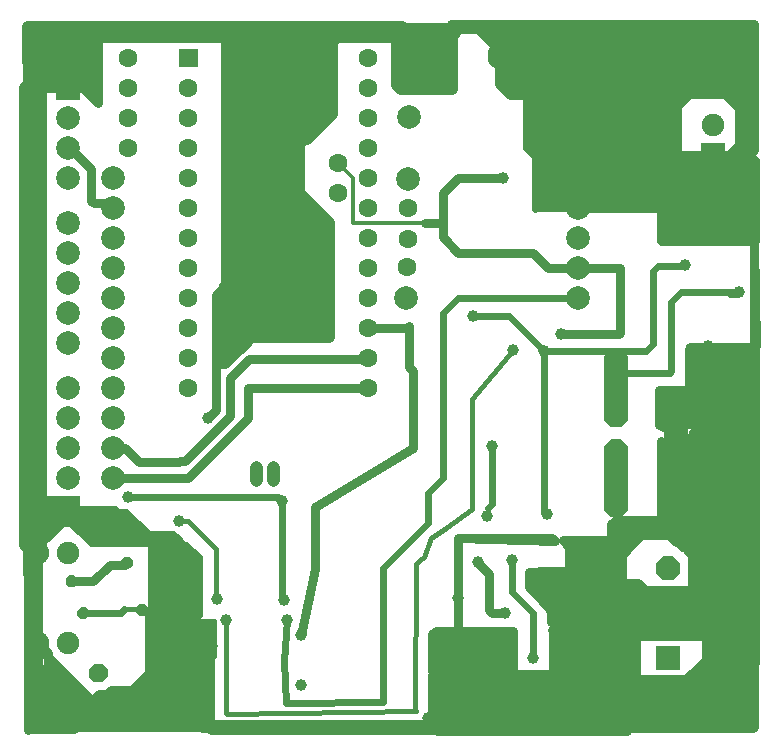
<source format=gbr>
%FSLAX34Y34*%
%MOMM*%
%LNCOPPER_BOTTOM*%
G71*
G01*
%ADD10C,1.520*%
%ADD11C,1.600*%
%ADD12C,2.000*%
%ADD13C,1.900*%
%ADD14C,0.800*%
%ADD15C,0.300*%
%ADD16C,1.000*%
%ADD17C,0.400*%
%ADD18C,0.600*%
%ADD19C,1.600*%
%ADD20C,2.000*%
%ADD21C,1.600*%
%ADD22C,2.000*%
%ADD23C,1.100*%
%LPD*%
G36*
X477500Y553700D02*
X477500Y538500D01*
X462300Y538500D01*
X462300Y553700D01*
X477500Y553700D01*
G37*
X469900Y520700D02*
G54D10*
D03*
X469900Y495300D02*
G54D10*
D03*
X469900Y469900D02*
G54D10*
D03*
X88900Y673100D02*
G54D11*
D03*
X88900Y647700D02*
G54D11*
D03*
X88900Y622300D02*
G54D11*
D03*
X88900Y596900D02*
G54D11*
D03*
X76200Y571500D02*
G54D12*
D03*
X76200Y546100D02*
G54D12*
D03*
X76200Y520700D02*
G54D12*
D03*
X76200Y495300D02*
G54D12*
D03*
X76200Y469900D02*
G54D12*
D03*
X76200Y444500D02*
G54D12*
D03*
X76200Y419100D02*
G54D12*
D03*
X76200Y393700D02*
G54D12*
D03*
X76200Y368300D02*
G54D12*
D03*
X76200Y342900D02*
G54D12*
D03*
X76200Y317500D02*
G54D12*
D03*
X584200Y616700D02*
G54D13*
D03*
X584200Y591300D02*
G54D13*
D03*
X38100Y177800D02*
G54D13*
D03*
X12700Y177800D02*
G54D13*
D03*
X38100Y254000D02*
G54D13*
D03*
X12700Y254000D02*
G54D13*
D03*
G36*
X45700Y655300D02*
X45700Y640100D01*
X30500Y640100D01*
X30500Y655300D01*
X45700Y655300D01*
G37*
X38100Y622300D02*
G54D10*
D03*
X38100Y596900D02*
G54D10*
D03*
X38100Y571500D02*
G54D10*
D03*
X266700Y584200D02*
G54D11*
D03*
X266700Y558800D02*
G54D11*
D03*
G54D14*
X76200Y317500D02*
X139700Y317500D01*
X190500Y368300D01*
X190500Y393700D01*
X292100Y393700D01*
G54D15*
X266700Y584200D02*
X279400Y571500D01*
X279400Y533400D01*
X355600Y533400D01*
G54D15*
X355600Y533400D02*
X355600Y520700D01*
X368300Y508000D01*
X431800Y508000D01*
X444500Y495300D01*
X469900Y495300D01*
X406400Y571500D02*
G54D16*
D03*
G54D17*
X355600Y533400D02*
X355600Y558800D01*
X368300Y571500D01*
X406400Y571500D01*
G54D18*
X223000Y197000D02*
X221000Y162500D01*
X222100Y127000D01*
X304800Y127900D01*
X304800Y241300D01*
X342900Y279400D01*
X342900Y304800D01*
X355600Y317500D01*
X355600Y457200D01*
X368300Y469900D01*
X469900Y469900D01*
X396900Y344600D02*
G54D16*
D03*
X431800Y165100D02*
G54D16*
D03*
X392200Y285700D02*
G54D16*
D03*
X414200Y247700D02*
G54D16*
D03*
G54D18*
X414200Y247700D02*
X414200Y220800D01*
X431800Y203200D01*
X431800Y165100D01*
G54D18*
X396900Y344600D02*
X396900Y295300D01*
X393700Y292100D01*
X139700Y673100D02*
G54D11*
D03*
X139700Y647700D02*
G54D11*
D03*
X139700Y622300D02*
G54D11*
D03*
X139700Y596900D02*
G54D11*
D03*
X292100Y673100D02*
G54D11*
D03*
X292100Y647700D02*
G54D11*
D03*
X292100Y622300D02*
G54D11*
D03*
X292100Y596900D02*
G54D11*
D03*
X139700Y571500D02*
G54D11*
D03*
X292100Y571500D02*
G54D11*
D03*
X139700Y546100D02*
G54D11*
D03*
X139700Y520700D02*
G54D11*
D03*
X292100Y546100D02*
G54D11*
D03*
X292100Y520700D02*
G54D11*
D03*
X139700Y495300D02*
G54D11*
D03*
X292100Y495300D02*
G54D11*
D03*
X139700Y469900D02*
G54D11*
D03*
X292100Y469900D02*
G54D11*
D03*
X139700Y444500D02*
G54D11*
D03*
X292100Y444500D02*
G54D11*
D03*
X292100Y419100D02*
G54D11*
D03*
X292100Y393700D02*
G54D11*
D03*
X139700Y419100D02*
G54D11*
D03*
X139700Y393700D02*
G54D11*
D03*
G36*
X45700Y541000D02*
X45700Y525800D01*
X30500Y525800D01*
X30500Y541000D01*
X45700Y541000D01*
G37*
X38100Y508000D02*
G54D10*
D03*
X38100Y482600D02*
G54D10*
D03*
X38100Y457200D02*
G54D10*
D03*
X38100Y431800D02*
G54D10*
D03*
G36*
X30500Y284500D02*
X30500Y299700D01*
X45700Y299700D01*
X45700Y284500D01*
X30500Y284500D01*
G37*
X38100Y317500D02*
G54D10*
D03*
X38100Y342900D02*
G54D10*
D03*
X38100Y368300D02*
G54D10*
D03*
X38100Y393700D02*
G54D10*
D03*
G36*
X548250Y335600D02*
X542400Y341450D01*
X542400Y369750D01*
X548250Y375600D01*
X556550Y375600D01*
X562400Y369750D01*
X562400Y341450D01*
X556550Y335600D01*
X548250Y335600D01*
G37*
G36*
X497450Y361000D02*
X491600Y366850D01*
X491600Y395150D01*
X497450Y401000D01*
X505750Y401000D01*
X511600Y395150D01*
X511600Y366850D01*
X505750Y361000D01*
X497450Y361000D01*
G37*
G36*
X497450Y310200D02*
X491600Y316050D01*
X491600Y344350D01*
X497450Y350200D01*
X505750Y350200D01*
X511600Y344350D01*
X511600Y316050D01*
X505750Y310200D01*
X497450Y310200D01*
G37*
G36*
X497450Y386400D02*
X491600Y392250D01*
X491600Y420550D01*
X497450Y426400D01*
X505750Y426400D01*
X511600Y420550D01*
X511600Y392250D01*
X505750Y386400D01*
X497450Y386400D01*
G37*
G36*
X497450Y284800D02*
X491600Y290650D01*
X491600Y318950D01*
X497450Y324800D01*
X505750Y324800D01*
X511600Y318950D01*
X511600Y290650D01*
X505750Y284800D01*
X497450Y284800D01*
G37*
X546100Y241300D02*
G54D19*
D03*
G36*
X536100Y245450D02*
X541950Y251300D01*
X550250Y251300D01*
X556100Y245450D01*
X556100Y237150D01*
X550250Y231300D01*
X541950Y231300D01*
X536100Y237150D01*
X536100Y245450D01*
G37*
G36*
X536100Y175100D02*
X556100Y175100D01*
X556100Y155100D01*
X536100Y155100D01*
X536100Y175100D01*
G37*
G36*
X55500Y155720D02*
X60180Y160400D01*
X66820Y160400D01*
X71500Y155720D01*
X71500Y149080D01*
X66820Y144400D01*
X60180Y144400D01*
X55500Y149080D01*
X55500Y155720D01*
G37*
G36*
X95300Y208075D02*
X98225Y211000D01*
X102375Y211000D01*
X105300Y208075D01*
X105300Y203925D01*
X102375Y201000D01*
X98225Y201000D01*
X95300Y203925D01*
X95300Y208075D01*
G37*
G36*
X45800Y205275D02*
X48725Y208200D01*
X52875Y208200D01*
X55800Y205275D01*
X55800Y201125D01*
X52875Y198200D01*
X48725Y198200D01*
X45800Y201125D01*
X45800Y205275D01*
G37*
G54D18*
X50800Y203200D02*
X82500Y203200D01*
X85700Y206400D01*
G54D14*
X235100Y184900D02*
X247000Y240500D01*
X247000Y292500D01*
X330200Y342900D01*
X330200Y408100D01*
X328400Y409900D01*
G36*
X579800Y131600D02*
X591500Y143300D01*
X608100Y143300D01*
X619800Y131600D01*
X619800Y115000D01*
X608100Y103300D01*
X591500Y103300D01*
X579800Y115000D01*
X579800Y131600D01*
G37*
G36*
X2400Y689900D02*
X14100Y701600D01*
X30700Y701600D01*
X42400Y689900D01*
X42400Y673300D01*
X30700Y661600D01*
X14100Y661600D01*
X2400Y673300D01*
X2400Y689900D01*
G37*
G36*
X580000Y691300D02*
X591700Y703000D01*
X608300Y703000D01*
X620000Y691300D01*
X620000Y674700D01*
X608300Y663000D01*
X591700Y663000D01*
X580000Y674700D01*
X580000Y691300D01*
G37*
G36*
X1000Y132300D02*
X12700Y144000D01*
X29300Y144000D01*
X41000Y132300D01*
X41000Y115700D01*
X29300Y104000D01*
X12700Y104000D01*
X1000Y115700D01*
X1000Y132300D01*
G37*
G36*
X511000Y228000D02*
X511000Y185000D01*
X512000Y184000D01*
X578000Y184000D01*
X578000Y223000D01*
X526300Y223000D01*
X520700Y228600D01*
X511600Y228600D01*
X511000Y228000D01*
G37*
G54D14*
X511000Y228000D02*
X511000Y185000D01*
X512000Y184000D01*
X578000Y184000D01*
X578000Y223000D01*
X526300Y223000D01*
X520700Y228600D01*
X511600Y228600D01*
X511000Y228000D01*
G36*
X362000Y702000D02*
X619000Y702000D01*
X619000Y595000D01*
X616000Y592000D01*
X616000Y643000D01*
X548000Y643000D01*
X547000Y642000D01*
X412000Y642000D01*
X403000Y651000D01*
X403000Y680000D01*
X385000Y698000D01*
X372000Y698000D01*
X371000Y699000D01*
X362000Y702000D01*
G37*
G54D14*
X362000Y702000D02*
X619000Y702000D01*
X619000Y595000D01*
X616000Y592000D01*
X616000Y643000D01*
X548000Y643000D01*
X547000Y642000D01*
X412000Y642000D01*
X403000Y651000D01*
X403000Y680000D01*
X385000Y698000D01*
X372000Y698000D01*
X371000Y699000D01*
X362000Y702000D01*
G36*
X315000Y699000D02*
X315000Y650000D01*
X319000Y646000D01*
X363000Y646000D01*
X364000Y647000D01*
X364000Y692000D01*
X371000Y699000D01*
X315000Y699000D01*
G37*
G54D14*
X315000Y699000D02*
X315000Y650000D01*
X319000Y646000D01*
X363000Y646000D01*
X364000Y647000D01*
X364000Y692000D01*
X371000Y699000D01*
X315000Y699000D01*
G36*
X3000Y701000D02*
X321000Y701000D01*
X324000Y698000D01*
X324000Y697000D01*
X317000Y690000D01*
X58000Y690000D01*
X43000Y675000D01*
X43000Y673000D01*
X39000Y669000D01*
X3000Y669000D01*
X2000Y670000D01*
X2000Y700000D01*
X3000Y701000D01*
G37*
G54D14*
X3000Y701000D02*
X321000Y701000D01*
X324000Y698000D01*
X324000Y697000D01*
X317000Y690000D01*
X58000Y690000D01*
X43000Y675000D01*
X43000Y673000D01*
X39000Y669000D01*
X3000Y669000D01*
X2000Y670000D01*
X2000Y700000D01*
X3000Y701000D01*
G36*
X171000Y688000D02*
X171000Y571000D01*
X181000Y561000D01*
X233000Y561000D01*
X234000Y560000D01*
X234000Y600000D01*
X238000Y604000D01*
X240000Y604000D01*
X262000Y626000D01*
X262000Y686000D01*
X264000Y688000D01*
X171000Y688000D01*
G37*
G54D14*
X171000Y688000D02*
X171000Y571000D01*
X181000Y561000D01*
X233000Y561000D01*
X234000Y560000D01*
X234000Y600000D01*
X238000Y604000D01*
X240000Y604000D01*
X262000Y626000D01*
X262000Y686000D01*
X264000Y688000D01*
X171000Y688000D01*
G54D14*
X12700Y177800D02*
X12700Y132300D01*
X21000Y124000D01*
X25000Y124000D01*
X37000Y112000D01*
X45000Y112000D01*
X50000Y107000D01*
X151000Y110000D01*
X151000Y151000D01*
X152400Y152400D01*
G54D14*
X76200Y342900D02*
X86100Y342900D01*
X98000Y331000D01*
X132000Y331000D01*
X133000Y332000D01*
X137000Y332000D01*
X175000Y370000D01*
X175000Y402000D01*
X191000Y418000D01*
X291000Y418000D01*
X292100Y419100D01*
X156300Y368300D02*
G54D16*
D03*
G36*
X3000Y669000D02*
X3000Y651700D01*
X7000Y647700D01*
X38100Y647700D01*
X50800Y647700D01*
X63500Y635000D01*
X63500Y690500D01*
X64000Y691000D01*
X3000Y669000D01*
G37*
G54D14*
X3000Y669000D02*
X3000Y651700D01*
X7000Y647700D01*
X38100Y647700D01*
X50800Y647700D01*
X63500Y635000D01*
X63500Y690500D01*
X64000Y691000D01*
X3000Y669000D01*
G36*
X16000Y646000D02*
X16000Y257300D01*
X12700Y254000D01*
X6400Y254000D01*
X0Y260400D01*
X0Y648700D01*
X3000Y651700D01*
X16000Y646000D01*
G37*
G54D14*
X16000Y646000D02*
X16000Y257300D01*
X12700Y254000D01*
X6400Y254000D01*
X0Y260400D01*
X0Y648700D01*
X3000Y651700D01*
X16000Y646000D01*
G36*
X16000Y299000D02*
X31200Y299000D01*
X38100Y292100D01*
X38100Y280100D01*
X38000Y280000D01*
X32400Y280000D01*
X19100Y266700D01*
X16000Y299000D01*
G37*
G54D14*
X16000Y299000D02*
X31200Y299000D01*
X38100Y292100D01*
X38100Y280100D01*
X38000Y280000D01*
X32400Y280000D01*
X19100Y266700D01*
X16000Y299000D01*
G36*
X12700Y254000D02*
X12700Y177800D01*
X12700Y158300D01*
X28000Y143000D01*
X30000Y143000D01*
X43000Y130000D01*
X43000Y114000D01*
X45000Y112000D01*
X45000Y107000D01*
X43000Y105000D01*
X5000Y105000D01*
X4000Y104000D01*
X4000Y245300D01*
X12700Y254000D01*
G37*
G54D14*
X12700Y254000D02*
X12700Y177800D01*
X12700Y158300D01*
X28000Y143000D01*
X30000Y143000D01*
X43000Y130000D01*
X43000Y114000D01*
X45000Y112000D01*
X45000Y107000D01*
X43000Y105000D01*
X5000Y105000D01*
X4000Y104000D01*
X4000Y245300D01*
X12700Y254000D01*
G36*
X3000Y272000D02*
X3000Y236000D01*
X7000Y232000D01*
X7000Y248300D01*
X12700Y254000D01*
X3000Y272000D01*
G37*
G54D14*
X3000Y272000D02*
X3000Y236000D01*
X7000Y232000D01*
X7000Y248300D01*
X12700Y254000D01*
X3000Y272000D01*
X132000Y281000D02*
G54D16*
D03*
X219000Y298000D02*
G54D16*
D03*
X89000Y301000D02*
G54D16*
D03*
G54D18*
X89000Y301000D02*
X216000Y301000D01*
X219000Y298000D01*
G36*
X614000Y605000D02*
X610600Y605000D01*
X596900Y591300D01*
X599700Y591300D01*
X603000Y588000D01*
X612000Y588000D01*
X615300Y591300D01*
X615300Y603700D01*
X614000Y605000D01*
G37*
G54D18*
X614000Y605000D02*
X610600Y605000D01*
X596900Y591300D01*
X599700Y591300D01*
X603000Y588000D01*
X612000Y588000D01*
X615300Y591300D01*
X615300Y603700D01*
X614000Y605000D01*
G36*
X575000Y645000D02*
X568000Y645000D01*
X550000Y627000D01*
X550000Y641000D01*
X548000Y643000D01*
X566000Y643000D01*
X568000Y645000D01*
X575000Y645000D01*
G37*
G54D18*
X575000Y645000D02*
X568000Y645000D01*
X550000Y627000D01*
X550000Y641000D01*
X548000Y643000D01*
X566000Y643000D01*
X568000Y645000D01*
X575000Y645000D01*
G36*
X594000Y646000D02*
X594000Y641000D01*
X613000Y622000D01*
X613000Y640000D01*
X616000Y643000D01*
X596000Y643000D01*
X594000Y641000D01*
X594000Y646000D01*
G37*
G54D18*
X594000Y646000D02*
X594000Y641000D01*
X613000Y622000D01*
X613000Y640000D01*
X616000Y643000D01*
X596000Y643000D01*
X594000Y641000D01*
X594000Y646000D01*
G54D14*
X292100Y444500D02*
X325500Y444500D01*
X327000Y446000D01*
X327000Y411300D01*
X328400Y409900D01*
X326000Y571000D02*
G54D20*
D03*
X326000Y546000D02*
G54D21*
D03*
X326000Y520000D02*
G54D21*
D03*
X325000Y496000D02*
G54D21*
D03*
X324000Y470000D02*
G54D20*
D03*
G36*
X171000Y571000D02*
X171000Y440000D01*
X175000Y436000D01*
X259000Y436000D01*
X260000Y437000D01*
X260000Y534000D01*
X233000Y561000D01*
X171000Y571000D01*
G37*
G54D14*
X171000Y571000D02*
X171000Y440000D01*
X175000Y436000D01*
X259000Y436000D01*
X260000Y437000D01*
X260000Y534000D01*
X233000Y561000D01*
X171000Y571000D01*
G36*
X166000Y482075D02*
X168925Y485000D01*
X173075Y485000D01*
X176000Y482075D01*
X176000Y477925D01*
X173075Y475000D01*
X168925Y475000D01*
X166000Y477925D01*
X166000Y482075D01*
G37*
G54D14*
X171000Y480000D02*
X163000Y472000D01*
X163000Y375000D01*
X156300Y368300D01*
G36*
X163000Y472000D02*
X178000Y472000D01*
X179000Y473000D01*
X179000Y440000D01*
X176000Y437000D01*
X173000Y437000D01*
X167000Y431000D01*
X163000Y472000D01*
G37*
G54D14*
X163000Y472000D02*
X178000Y472000D01*
X179000Y473000D01*
X179000Y440000D01*
X176000Y437000D01*
X173000Y437000D01*
X167000Y431000D01*
X163000Y472000D01*
G36*
X166000Y414000D02*
X171000Y414000D01*
X190000Y433000D01*
X169000Y433000D01*
X167000Y431000D01*
X167000Y415000D01*
X166000Y414000D01*
G37*
G54D14*
X166000Y414000D02*
X171000Y414000D01*
X190000Y433000D01*
X169000Y433000D01*
X167000Y431000D01*
X167000Y415000D01*
X166000Y414000D01*
G36*
X36000Y232075D02*
X38925Y235000D01*
X43075Y235000D01*
X46000Y232075D01*
X46000Y227925D01*
X43075Y225000D01*
X38925Y225000D01*
X36000Y227925D01*
X36000Y232075D01*
G37*
G36*
X83000Y248075D02*
X85925Y251000D01*
X90075Y251000D01*
X93000Y248075D01*
X93000Y243925D01*
X90075Y241000D01*
X85925Y241000D01*
X83000Y243925D01*
X83000Y248075D01*
G37*
G54D14*
X41000Y230000D02*
X59300Y230000D01*
X73400Y244100D01*
X86100Y244100D01*
X88000Y246000D01*
G54D14*
X151000Y110000D02*
X153000Y110000D01*
X159000Y104000D01*
X347000Y104000D01*
X348000Y105000D01*
G54D14*
X45000Y107000D02*
X156000Y107000D01*
X159000Y104000D01*
G54D14*
X150000Y134000D02*
X85000Y134000D01*
X84000Y135000D01*
X64000Y135000D01*
X43000Y114000D01*
G36*
X152400Y152400D02*
X106400Y152400D01*
X92000Y138000D01*
X74500Y138000D01*
X63500Y127000D01*
X60000Y127000D01*
X45000Y112000D01*
X45000Y107000D01*
X148000Y107000D01*
X151000Y110000D01*
X152400Y152400D01*
G37*
G54D14*
X152400Y152400D02*
X106400Y152400D01*
X92000Y138000D01*
X74500Y138000D01*
X63500Y127000D01*
X60000Y127000D01*
X45000Y112000D01*
X45000Y107000D01*
X148000Y107000D01*
X151000Y110000D01*
X152400Y152400D01*
G36*
X519000Y183000D02*
X519000Y141000D01*
X504000Y126000D01*
X504000Y228000D01*
X503000Y229000D01*
X519000Y183000D01*
G37*
G54D14*
X519000Y183000D02*
X519000Y141000D01*
X504000Y126000D01*
X504000Y228000D01*
X503000Y229000D01*
X519000Y183000D01*
X327000Y623000D02*
G54D20*
D03*
G36*
X131700Y681100D02*
X147700Y681100D01*
X147700Y665100D01*
X131700Y665100D01*
X131700Y681100D01*
G37*
G54D14*
X340000Y533000D02*
X355200Y533000D01*
X355600Y533400D01*
X355600Y558800D01*
X368300Y571500D01*
X406400Y571500D01*
G54D14*
X355200Y533000D02*
X355200Y521100D01*
X368300Y508000D01*
X431800Y508000D01*
X444500Y495300D01*
X469900Y495300D01*
X342800Y114100D02*
G54D16*
D03*
G36*
X368300Y266700D02*
X447300Y266700D01*
X450000Y264000D01*
X368300Y266700D01*
G37*
G54D14*
X368300Y266700D02*
X447300Y266700D01*
X450000Y264000D01*
X368300Y266700D01*
X368300Y215900D02*
G54D16*
D03*
X407800Y203100D02*
G54D16*
D03*
G54D14*
X368300Y266700D02*
X368300Y215900D01*
X384800Y246100D02*
G54D16*
D03*
G54D14*
X384800Y246100D02*
X384800Y245200D01*
X394000Y236000D01*
X394000Y206100D01*
X396900Y203200D01*
X407700Y203200D01*
X407800Y203100D01*
X537800Y197100D02*
G54D16*
D03*
G36*
X574200Y601300D02*
X594200Y601300D01*
X594200Y581300D01*
X574200Y581300D01*
X574200Y601300D01*
G37*
G36*
X606000Y632000D02*
X606000Y599000D01*
X607000Y598000D01*
X609600Y598000D01*
X615300Y603700D01*
X615300Y619700D01*
X613000Y622000D01*
X613000Y625000D01*
X606000Y632000D01*
G37*
G54D14*
X606000Y632000D02*
X606000Y599000D01*
X607000Y598000D01*
X609600Y598000D01*
X615300Y603700D01*
X615300Y619700D01*
X613000Y622000D01*
X613000Y625000D01*
X606000Y632000D01*
G36*
X463000Y181000D02*
X507000Y181000D01*
X511000Y185000D01*
X511000Y131000D01*
X510000Y130000D01*
X468000Y130000D01*
X463000Y135000D01*
X463000Y181000D01*
G37*
G54D14*
X463000Y181000D02*
X507000Y181000D01*
X511000Y185000D01*
X511000Y131000D01*
X510000Y130000D01*
X468000Y130000D01*
X463000Y135000D01*
X463000Y181000D01*
G36*
X457000Y265000D02*
X506000Y265000D01*
X507000Y264000D01*
X507000Y222000D01*
X504000Y219000D01*
X464000Y219000D01*
X462000Y217000D01*
X462000Y259000D01*
X461000Y260000D01*
X457000Y265000D01*
G37*
G54D14*
X457000Y265000D02*
X506000Y265000D01*
X507000Y264000D01*
X507000Y222000D01*
X504000Y219000D01*
X464000Y219000D01*
X462000Y217000D01*
X462000Y259000D01*
X461000Y260000D01*
X457000Y265000D01*
G36*
X106400Y152400D02*
X106400Y200400D01*
X107000Y201000D01*
X146000Y201000D01*
X146000Y158800D01*
X152400Y152400D01*
X106400Y152400D01*
G37*
G54D14*
X106400Y152400D02*
X106400Y200400D01*
X107000Y201000D01*
X146000Y201000D01*
X146000Y158800D01*
X152400Y152400D01*
X106400Y152400D01*
G36*
X12700Y177800D02*
X12700Y174300D01*
X60000Y127000D01*
X52000Y127000D01*
X46000Y121000D01*
X21000Y146000D01*
X21000Y169500D01*
X12700Y177800D01*
G37*
G54D14*
X12700Y177800D02*
X12700Y174300D01*
X60000Y127000D01*
X52000Y127000D01*
X46000Y121000D01*
X21000Y146000D01*
X21000Y169500D01*
X12700Y177800D01*
G54D14*
X397000Y679000D02*
X397000Y671000D01*
X399000Y669000D01*
X487000Y239000D02*
G54D16*
D03*
X443000Y287000D02*
G54D16*
D03*
X580000Y429000D02*
G54D16*
D03*
G54D18*
X469900Y495300D02*
X495300Y495300D01*
G36*
X580000Y429000D02*
X620000Y429000D01*
X620000Y161000D01*
X619000Y160000D01*
X602000Y160000D01*
X600000Y158000D01*
X600000Y428000D01*
X580000Y429000D01*
G37*
G54D18*
X580000Y429000D02*
X620000Y429000D01*
X620000Y161000D01*
X619000Y160000D01*
X602000Y160000D01*
X600000Y158000D01*
X600000Y428000D01*
X580000Y429000D01*
X606000Y475000D02*
G54D16*
D03*
G54D18*
X598000Y473000D02*
X604000Y473000D01*
X606000Y475000D01*
X560000Y498000D02*
G54D16*
D03*
X441000Y425000D02*
G54D16*
D03*
G54D18*
X441000Y425000D02*
X527000Y425000D01*
X533000Y431000D01*
X533000Y493000D01*
X537000Y497000D01*
X559000Y497000D01*
X560000Y498000D01*
G54D18*
X441000Y425000D02*
X441000Y289000D01*
X443000Y287000D01*
X381000Y455000D02*
G54D16*
D03*
G54D18*
X381000Y455000D02*
X411000Y455000D01*
X441000Y425000D01*
G36*
X552400Y355600D02*
X552400Y263600D01*
X558000Y258000D01*
X559000Y258000D01*
X590000Y227000D01*
X609000Y227000D01*
X613000Y223000D01*
X613000Y408000D01*
X576000Y408000D01*
X573000Y405000D01*
X573000Y363000D01*
X566000Y356000D01*
X566000Y355000D01*
X560000Y349000D01*
X560000Y344000D01*
X562000Y342000D01*
X552400Y355600D01*
G37*
G54D18*
X552400Y355600D02*
X552400Y263600D01*
X558000Y258000D01*
X559000Y258000D01*
X590000Y227000D01*
X609000Y227000D01*
X613000Y223000D01*
X613000Y408000D01*
X576000Y408000D01*
X573000Y405000D01*
X573000Y363000D01*
X566000Y356000D01*
X566000Y355000D01*
X560000Y349000D01*
X560000Y344000D01*
X562000Y342000D01*
X552400Y355600D01*
G36*
X565000Y257000D02*
X565000Y222000D01*
X569000Y218000D01*
X593000Y218000D01*
X596000Y221000D01*
X596000Y237000D01*
X590000Y243000D01*
X578000Y243000D01*
X572000Y249000D01*
X565000Y257000D01*
G37*
G54D18*
X565000Y257000D02*
X565000Y222000D01*
X569000Y218000D01*
X593000Y218000D01*
X596000Y221000D01*
X596000Y237000D01*
X590000Y243000D01*
X578000Y243000D01*
X572000Y249000D01*
X565000Y257000D01*
G36*
X584200Y591300D02*
X615700Y591300D01*
X620000Y587000D01*
X620000Y518000D01*
X619000Y517000D01*
X540000Y517000D01*
X539000Y518000D01*
X539000Y591000D01*
X540000Y592000D01*
X599000Y592000D01*
X599700Y591300D01*
X584200Y591300D01*
G37*
G54D18*
X584200Y591300D02*
X615700Y591300D01*
X620000Y587000D01*
X620000Y518000D01*
X619000Y517000D01*
X540000Y517000D01*
X539000Y518000D01*
X539000Y591000D01*
X540000Y592000D01*
X599000Y592000D01*
X599700Y591300D01*
X584200Y591300D01*
G36*
X554000Y633000D02*
X554000Y590000D01*
X556000Y588000D01*
X471000Y588000D01*
X470000Y587000D01*
X470000Y546200D01*
X469900Y546100D01*
X457900Y546100D01*
X455000Y549000D01*
X457900Y546100D01*
X434100Y546100D01*
X433000Y545000D01*
X433000Y590000D01*
X432000Y591000D01*
X468000Y591000D01*
X471000Y588000D01*
X554000Y633000D01*
G37*
G54D18*
X554000Y633000D02*
X554000Y590000D01*
X556000Y588000D01*
X471000Y588000D01*
X470000Y587000D01*
X470000Y546200D01*
X469900Y546100D01*
X457900Y546100D01*
X455000Y549000D01*
X457900Y546100D01*
X434100Y546100D01*
X433000Y545000D01*
X433000Y590000D01*
X432000Y591000D01*
X468000Y591000D01*
X471000Y588000D01*
X554000Y633000D01*
G36*
X426000Y644000D02*
X426000Y597000D01*
X432000Y591000D01*
X514000Y591000D01*
X550000Y627000D01*
X550000Y646000D01*
X547000Y649000D01*
X431000Y649000D01*
X428000Y652000D01*
X428000Y637000D01*
X427000Y636000D01*
X426000Y644000D01*
G37*
G54D18*
X426000Y644000D02*
X426000Y597000D01*
X432000Y591000D01*
X514000Y591000D01*
X550000Y627000D01*
X550000Y646000D01*
X547000Y649000D01*
X431000Y649000D01*
X428000Y652000D01*
X428000Y637000D01*
X427000Y636000D01*
X426000Y644000D01*
G54D17*
X171600Y197300D02*
X171600Y118900D01*
X172500Y118000D01*
X332646Y119800D01*
X331639Y120407D01*
X332339Y244839D01*
X335800Y248300D01*
X339500Y251000D01*
X345000Y266600D01*
X358000Y275500D01*
X379500Y291000D01*
X379500Y384000D01*
X415000Y426000D01*
X415000Y426000D02*
G54D16*
D03*
X455000Y439000D02*
G54D16*
D03*
G54D14*
X455000Y439000D02*
X504000Y439000D01*
X505000Y440000D01*
X505000Y495000D01*
X470200Y495000D01*
X469900Y495300D01*
G54D14*
X342800Y114100D02*
X342800Y108200D01*
X347000Y104000D01*
G36*
X342800Y114100D02*
X507900Y114100D01*
X511000Y111000D01*
X511000Y103000D01*
X350000Y103000D01*
X348000Y105000D01*
X348000Y108900D01*
X342800Y114100D01*
G37*
G54D14*
X342800Y114100D02*
X507900Y114100D01*
X511000Y111000D01*
X511000Y103000D01*
X350000Y103000D01*
X348000Y105000D01*
X348000Y108900D01*
X342800Y114100D01*
G36*
X462000Y145000D02*
X462000Y115000D01*
X461000Y114000D01*
X507800Y114000D01*
X507900Y114100D01*
X507900Y127900D01*
X511000Y131000D01*
X476000Y131000D01*
X462000Y145000D01*
G37*
G54D14*
X462000Y145000D02*
X462000Y115000D01*
X461000Y114000D01*
X507800Y114000D01*
X507900Y114100D01*
X507900Y127900D01*
X511000Y131000D01*
X476000Y131000D01*
X462000Y145000D01*
G36*
X540000Y349000D02*
X540000Y269000D01*
X547000Y269000D01*
X552400Y263600D01*
X540000Y349000D01*
G37*
G54D14*
X540000Y349000D02*
X540000Y269000D01*
X547000Y269000D01*
X552400Y263600D01*
X540000Y349000D01*
G36*
X571500Y241300D02*
X571500Y345500D01*
X573000Y347000D01*
X561000Y347000D01*
X552400Y355600D01*
X552400Y349400D01*
X544000Y341000D01*
X571500Y241300D01*
G37*
G54D14*
X571500Y241300D02*
X571500Y345500D01*
X573000Y347000D01*
X561000Y347000D01*
X552400Y355600D01*
X552400Y349400D01*
X544000Y341000D01*
X571500Y241300D01*
G36*
X619000Y517000D02*
X619000Y430000D01*
X620000Y429000D01*
X619000Y517000D01*
G37*
G54D14*
X619000Y517000D02*
X619000Y430000D01*
X620000Y429000D01*
X619000Y517000D01*
G36*
X469900Y546100D02*
X541100Y546100D01*
X543000Y548000D01*
X543000Y589000D01*
X540000Y592000D01*
X469000Y592000D01*
X468000Y591000D01*
X468000Y548000D01*
X469900Y546100D01*
G37*
G54D14*
X469900Y546100D02*
X541100Y546100D01*
X543000Y548000D01*
X543000Y589000D01*
X540000Y592000D01*
X469000Y592000D01*
X468000Y591000D01*
X468000Y548000D01*
X469900Y546100D01*
X501600Y406400D02*
G54D22*
D03*
X501600Y381000D02*
G54D22*
D03*
X501600Y330200D02*
G54D22*
D03*
X501600Y304800D02*
G54D22*
D03*
X552400Y355600D02*
G54D22*
D03*
G36*
X28100Y657700D02*
X48100Y657700D01*
X48100Y637700D01*
X28100Y637700D01*
X28100Y657700D01*
G37*
X38100Y622300D02*
G54D11*
D03*
X38100Y622300D02*
G54D12*
D03*
X38100Y596900D02*
G54D12*
D03*
X38100Y571500D02*
G54D12*
D03*
X38100Y533400D02*
G54D12*
D03*
X38100Y508000D02*
G54D12*
D03*
X38100Y482600D02*
G54D12*
D03*
X38100Y457200D02*
G54D12*
D03*
X38100Y431800D02*
G54D12*
D03*
X38100Y393700D02*
G54D12*
D03*
X38100Y368300D02*
G54D12*
D03*
X38100Y342900D02*
G54D12*
D03*
X38100Y317500D02*
G54D12*
D03*
G36*
X28100Y302100D02*
X48100Y302100D01*
X48100Y282100D01*
X28100Y282100D01*
X28100Y302100D01*
G37*
X469900Y546100D02*
G54D12*
D03*
X469900Y520700D02*
G54D12*
D03*
X469900Y495300D02*
G54D12*
D03*
X469900Y469900D02*
G54D12*
D03*
X221000Y214500D02*
G54D16*
D03*
X235100Y184900D02*
G54D16*
D03*
X223000Y197000D02*
G54D16*
D03*
X171600Y197300D02*
G54D16*
D03*
X163800Y214700D02*
G54D16*
D03*
G54D17*
X132000Y281000D02*
X139400Y281000D01*
X162800Y257600D01*
X162800Y215700D01*
X163800Y214700D01*
G36*
X107000Y201000D02*
X107000Y270000D01*
X107500Y270500D01*
X126900Y270500D01*
X129200Y268200D01*
X130100Y268200D01*
X136300Y262000D01*
X138100Y262000D01*
X149600Y250500D01*
X149600Y201800D01*
X150000Y201400D01*
X107400Y201400D01*
X106400Y200400D01*
X107000Y201000D01*
G37*
G54D17*
X107000Y201000D02*
X107000Y270000D01*
X107500Y270500D01*
X126900Y270500D01*
X129200Y268200D01*
X130100Y268200D01*
X136300Y262000D01*
X138100Y262000D01*
X149600Y250500D01*
X149600Y201800D01*
X150000Y201400D01*
X107400Y201400D01*
X106400Y200400D01*
X107000Y201000D01*
G36*
X105800Y261600D02*
X57100Y261600D01*
X54900Y263800D01*
X54400Y263800D01*
X38100Y280100D01*
X38100Y292100D01*
X77900Y292100D01*
X80100Y289900D01*
X87100Y289900D01*
X107000Y270000D01*
X107000Y262800D01*
X105800Y261600D01*
G37*
G54D17*
X105800Y261600D02*
X57100Y261600D01*
X54900Y263800D01*
X54400Y263800D01*
X38100Y280100D01*
X38100Y292100D01*
X77900Y292100D01*
X80100Y289900D01*
X87100Y289900D01*
X107000Y270000D01*
X107000Y262800D01*
X105800Y261600D01*
G36*
X148200Y165600D02*
X159700Y165600D01*
X160200Y165100D01*
X160200Y105200D01*
X159000Y104000D01*
X151000Y104000D01*
X148000Y107000D01*
X148000Y156800D01*
X146000Y158800D01*
X146000Y163400D01*
X148200Y165600D01*
G37*
G54D17*
X148200Y165600D02*
X159700Y165600D01*
X160200Y165100D01*
X160200Y105200D01*
X159000Y104000D01*
X151000Y104000D01*
X148000Y107000D01*
X148000Y156800D01*
X146000Y158800D01*
X146000Y163400D01*
X148200Y165600D01*
X160200Y175300D02*
G54D16*
D03*
G54D17*
X160200Y175300D02*
X160200Y166100D01*
X159700Y165600D01*
G36*
X146500Y196600D02*
X160600Y196600D01*
X161100Y196100D01*
X161100Y167000D01*
X160200Y166100D01*
X148700Y166100D01*
X148200Y165600D01*
X148200Y194900D01*
X146500Y196600D01*
G37*
G54D17*
X146500Y196600D02*
X160600Y196600D01*
X161100Y196100D01*
X161100Y167000D01*
X160200Y166100D01*
X148700Y166100D01*
X148200Y165600D01*
X148200Y194900D01*
X146500Y196600D01*
G54D18*
X219000Y298000D02*
X219000Y216500D01*
X221000Y214500D01*
X235400Y142100D02*
G54D16*
D03*
G54D17*
X85700Y206400D02*
X108500Y206400D01*
X109300Y207200D01*
G54D17*
X100300Y206000D02*
X108100Y206000D01*
X109300Y207200D01*
G36*
X151000Y110000D02*
X346900Y110000D01*
X348000Y108900D01*
X151000Y110000D01*
G37*
G54D18*
X151000Y110000D02*
X346900Y110000D01*
X348000Y108900D01*
X151000Y110000D01*
G36*
X346100Y150700D02*
X346100Y117400D01*
X342800Y114100D01*
X478800Y114100D01*
X481300Y116600D01*
X481300Y151000D01*
X480600Y151700D01*
X347100Y151700D01*
X346100Y150700D01*
G37*
G54D14*
X346100Y150700D02*
X346100Y117400D01*
X342800Y114100D01*
X478800Y114100D01*
X481300Y116600D01*
X481300Y151000D01*
X480600Y151700D01*
X347100Y151700D01*
X346100Y150700D01*
G36*
X346100Y154100D02*
X346100Y185100D01*
X349300Y188300D01*
X414900Y188300D01*
X414900Y152500D01*
X355700Y152500D01*
X355600Y152400D01*
X346100Y154100D01*
G37*
G54D14*
X346100Y154100D02*
X346100Y185100D01*
X349300Y188300D01*
X414900Y188300D01*
X414900Y152500D01*
X355700Y152500D01*
X355600Y152400D01*
X346100Y154100D01*
G36*
X448500Y154700D02*
X448500Y188500D01*
X448000Y189000D01*
X513000Y189000D01*
X519000Y183000D01*
X519000Y159500D01*
X516400Y156900D01*
X450700Y156900D01*
X448500Y154700D01*
G37*
G54D14*
X448500Y154700D02*
X448500Y188500D01*
X448000Y189000D01*
X513000Y189000D01*
X519000Y183000D01*
X519000Y159500D01*
X516400Y156900D01*
X450700Y156900D01*
X448500Y154700D01*
G36*
X436600Y239000D02*
X465000Y239000D01*
X465700Y238300D01*
X465700Y196300D01*
X466300Y195700D01*
X447000Y195700D01*
X447000Y204700D01*
X445500Y206200D01*
X445500Y207700D01*
X428400Y224800D01*
X428400Y238300D01*
X435900Y238300D01*
X436600Y239000D01*
G37*
G54D14*
X436600Y239000D02*
X465000Y239000D01*
X465700Y238300D01*
X465700Y196300D01*
X466300Y195700D01*
X447000Y195700D01*
X447000Y204700D01*
X445500Y206200D01*
X445500Y207700D01*
X428400Y224800D01*
X428400Y238300D01*
X435900Y238300D01*
X436600Y239000D01*
G54D23*
X211400Y327200D02*
X211400Y316200D01*
G54D23*
X197100Y327200D02*
X197100Y316200D01*
G54D17*
X100300Y206000D02*
X109100Y206000D01*
X120900Y194200D01*
G54D18*
X501600Y406400D02*
X547200Y406400D01*
X548500Y407700D01*
X548500Y466600D01*
X556700Y474800D01*
X605800Y474800D01*
X606000Y475000D01*
G36*
X538100Y362200D02*
X538100Y392000D01*
X576100Y392000D01*
X577800Y393700D01*
X577800Y367800D01*
X573000Y363000D01*
X559800Y363000D01*
X552400Y355600D01*
X538100Y362200D01*
G37*
G54D14*
X538100Y362200D02*
X538100Y392000D01*
X576100Y392000D01*
X577800Y393700D01*
X577800Y367800D01*
X573000Y363000D01*
X559800Y363000D01*
X552400Y355600D01*
X538100Y362200D01*
G36*
X563400Y427100D02*
X563400Y391300D01*
X566400Y388300D01*
X597800Y388300D01*
X601500Y392000D01*
X601500Y426500D01*
X600000Y428000D01*
X564300Y428000D01*
X563400Y427100D01*
G37*
G54D14*
X563400Y427100D02*
X563400Y391300D01*
X566400Y388300D01*
X597800Y388300D01*
X601500Y392000D01*
X601500Y426500D01*
X600000Y428000D01*
X564300Y428000D01*
X563400Y427100D01*
G36*
X501500Y282300D02*
X539500Y282300D01*
X541000Y280800D01*
X541000Y270000D01*
X540000Y269000D01*
X523000Y269000D01*
X504000Y250000D01*
X504000Y258200D01*
X497800Y264400D01*
X497800Y278600D01*
X501500Y282300D01*
G37*
G54D14*
X501500Y282300D02*
X539500Y282300D01*
X541000Y280800D01*
X541000Y270000D01*
X540000Y269000D01*
X523000Y269000D01*
X504000Y250000D01*
X504000Y258200D01*
X497800Y264400D01*
X497800Y278600D01*
X501500Y282300D01*
G54D14*
X38100Y596900D02*
X39900Y596900D01*
X57500Y579300D01*
X57500Y552400D01*
X59700Y550200D01*
X72100Y550200D01*
X76200Y546100D01*
G54D14*
X368300Y215900D02*
X368300Y184100D01*
X370100Y182300D01*
G36*
X519000Y141000D02*
X560700Y141000D01*
X562700Y139000D01*
X562700Y148700D01*
X566000Y152000D01*
X566700Y152000D01*
X573900Y159200D01*
X618200Y159200D01*
X619000Y160000D01*
X619000Y106500D01*
X617900Y105400D01*
X505200Y105400D01*
X503700Y103900D01*
X503700Y123700D01*
X511000Y131000D01*
X518100Y131000D01*
X529100Y142000D01*
X519000Y141000D01*
G37*
G54D14*
X519000Y141000D02*
X560700Y141000D01*
X562700Y139000D01*
X562700Y148700D01*
X566000Y152000D01*
X566700Y152000D01*
X573900Y159200D01*
X618200Y159200D01*
X619000Y160000D01*
X619000Y106500D01*
X617900Y105400D01*
X505200Y105400D01*
X503700Y103900D01*
X503700Y123700D01*
X511000Y131000D01*
X518100Y131000D01*
X529100Y142000D01*
X519000Y141000D01*
G36*
X520100Y147200D02*
X570100Y147200D01*
X571600Y145700D01*
X520100Y147200D01*
G37*
G54D14*
X520100Y147200D02*
X570100Y147200D01*
X571600Y145700D01*
X520100Y147200D01*
G36*
X578000Y184000D02*
X578000Y163300D01*
X573900Y159200D01*
X601200Y159200D01*
X602000Y160000D01*
X602000Y220000D01*
X609000Y227000D01*
X582000Y227000D01*
X578000Y223000D01*
X578000Y163300D01*
X578000Y184000D01*
G37*
G54D14*
X578000Y184000D02*
X578000Y163300D01*
X573900Y159200D01*
X601200Y159200D01*
X602000Y160000D01*
X602000Y220000D01*
X609000Y227000D01*
X582000Y227000D01*
X578000Y223000D01*
X578000Y163300D01*
X578000Y184000D01*
G36*
X462000Y217000D02*
X502000Y217000D01*
X504000Y219000D01*
X504000Y184100D01*
X500700Y180800D01*
X463200Y180800D01*
X463000Y181000D01*
X463000Y218000D01*
X464000Y219000D01*
X462000Y217000D01*
G37*
G54D17*
X462000Y217000D02*
X502000Y217000D01*
X504000Y219000D01*
X504000Y184100D01*
X500700Y180800D01*
X463200Y180800D01*
X463000Y181000D01*
X463000Y218000D01*
X464000Y219000D01*
X462000Y217000D01*
M02*

</source>
